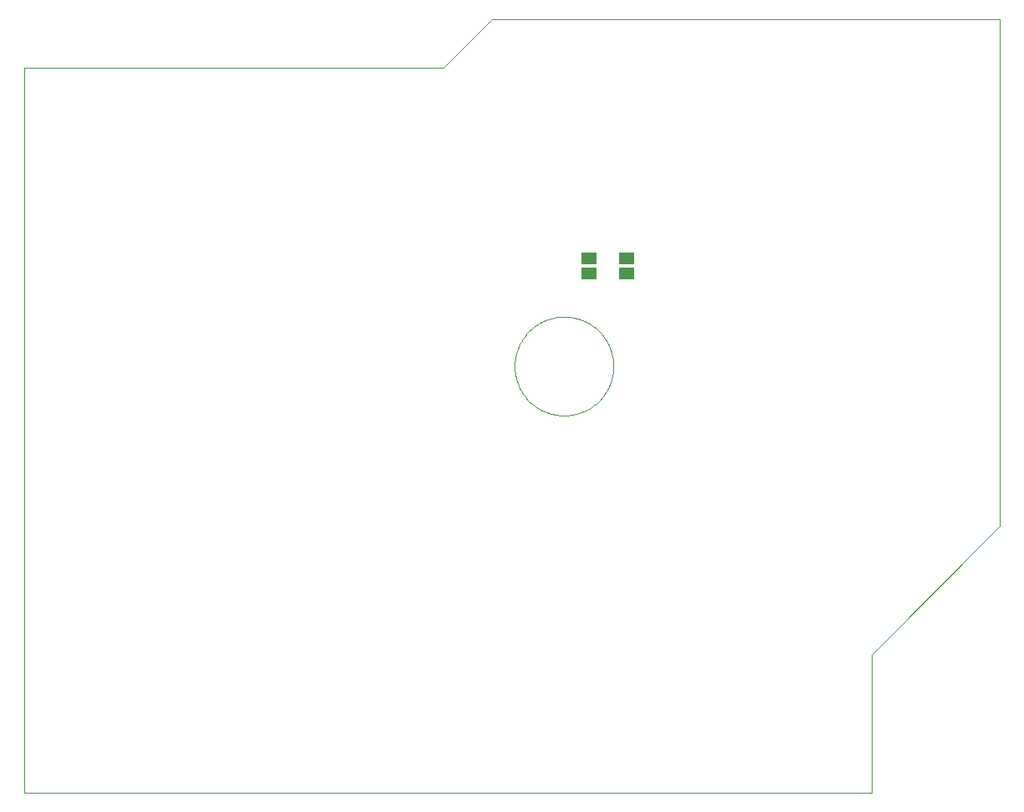
<source format=gtp>
G04 EAGLE Gerber RS-274X export*
G75*
%MOMM*%
%FSLAX34Y34*%
%LPD*%
%INSolder paste top*%
%IPPOS*%
%AMOC8*
5,1,8,0,0,1.08239X$1,22.5*%
G01*
%ADD10C,0.000000*%
%ADD11R,1.600200X1.168400*%


D10*
X0Y0D02*
X857300Y0D01*
X857300Y139750D01*
X987300Y269850D01*
X987300Y782850D01*
X473000Y782850D01*
X423800Y733650D01*
X0Y733650D01*
X0Y0D01*
X496100Y431800D02*
X496115Y433027D01*
X496160Y434253D01*
X496235Y435478D01*
X496341Y436701D01*
X496476Y437921D01*
X496641Y439137D01*
X496836Y440348D01*
X497061Y441555D01*
X497315Y442755D01*
X497598Y443949D01*
X497911Y445136D01*
X498253Y446314D01*
X498624Y447484D01*
X499023Y448644D01*
X499450Y449795D01*
X499906Y450934D01*
X500390Y452062D01*
X500901Y453178D01*
X501439Y454281D01*
X502004Y455370D01*
X502596Y456445D01*
X503214Y457505D01*
X503857Y458550D01*
X504527Y459579D01*
X505221Y460590D01*
X505940Y461585D01*
X506683Y462562D01*
X507449Y463520D01*
X508240Y464459D01*
X509052Y465378D01*
X509888Y466277D01*
X510745Y467155D01*
X511623Y468012D01*
X512522Y468848D01*
X513441Y469660D01*
X514380Y470451D01*
X515338Y471217D01*
X516315Y471960D01*
X517310Y472679D01*
X518321Y473373D01*
X519350Y474043D01*
X520395Y474686D01*
X521455Y475304D01*
X522530Y475896D01*
X523619Y476461D01*
X524722Y476999D01*
X525838Y477510D01*
X526966Y477994D01*
X528105Y478450D01*
X529256Y478877D01*
X530416Y479276D01*
X531586Y479647D01*
X532764Y479989D01*
X533951Y480302D01*
X535145Y480585D01*
X536345Y480839D01*
X537552Y481064D01*
X538763Y481259D01*
X539979Y481424D01*
X541199Y481559D01*
X542422Y481665D01*
X543647Y481740D01*
X544873Y481785D01*
X546100Y481800D01*
X547327Y481785D01*
X548553Y481740D01*
X549778Y481665D01*
X551001Y481559D01*
X552221Y481424D01*
X553437Y481259D01*
X554648Y481064D01*
X555855Y480839D01*
X557055Y480585D01*
X558249Y480302D01*
X559436Y479989D01*
X560614Y479647D01*
X561784Y479276D01*
X562944Y478877D01*
X564095Y478450D01*
X565234Y477994D01*
X566362Y477510D01*
X567478Y476999D01*
X568581Y476461D01*
X569670Y475896D01*
X570745Y475304D01*
X571805Y474686D01*
X572850Y474043D01*
X573879Y473373D01*
X574890Y472679D01*
X575885Y471960D01*
X576862Y471217D01*
X577820Y470451D01*
X578759Y469660D01*
X579678Y468848D01*
X580577Y468012D01*
X581455Y467155D01*
X582312Y466277D01*
X583148Y465378D01*
X583960Y464459D01*
X584751Y463520D01*
X585517Y462562D01*
X586260Y461585D01*
X586979Y460590D01*
X587673Y459579D01*
X588343Y458550D01*
X588986Y457505D01*
X589604Y456445D01*
X590196Y455370D01*
X590761Y454281D01*
X591299Y453178D01*
X591810Y452062D01*
X592294Y450934D01*
X592750Y449795D01*
X593177Y448644D01*
X593576Y447484D01*
X593947Y446314D01*
X594289Y445136D01*
X594602Y443949D01*
X594885Y442755D01*
X595139Y441555D01*
X595364Y440348D01*
X595559Y439137D01*
X595724Y437921D01*
X595859Y436701D01*
X595965Y435478D01*
X596040Y434253D01*
X596085Y433027D01*
X596100Y431800D01*
X596085Y430573D01*
X596040Y429347D01*
X595965Y428122D01*
X595859Y426899D01*
X595724Y425679D01*
X595559Y424463D01*
X595364Y423252D01*
X595139Y422045D01*
X594885Y420845D01*
X594602Y419651D01*
X594289Y418464D01*
X593947Y417286D01*
X593576Y416116D01*
X593177Y414956D01*
X592750Y413805D01*
X592294Y412666D01*
X591810Y411538D01*
X591299Y410422D01*
X590761Y409319D01*
X590196Y408230D01*
X589604Y407155D01*
X588986Y406095D01*
X588343Y405050D01*
X587673Y404021D01*
X586979Y403010D01*
X586260Y402015D01*
X585517Y401038D01*
X584751Y400080D01*
X583960Y399141D01*
X583148Y398222D01*
X582312Y397323D01*
X581455Y396445D01*
X580577Y395588D01*
X579678Y394752D01*
X578759Y393940D01*
X577820Y393149D01*
X576862Y392383D01*
X575885Y391640D01*
X574890Y390921D01*
X573879Y390227D01*
X572850Y389557D01*
X571805Y388914D01*
X570745Y388296D01*
X569670Y387704D01*
X568581Y387139D01*
X567478Y386601D01*
X566362Y386090D01*
X565234Y385606D01*
X564095Y385150D01*
X562944Y384723D01*
X561784Y384324D01*
X560614Y383953D01*
X559436Y383611D01*
X558249Y383298D01*
X557055Y383015D01*
X555855Y382761D01*
X554648Y382536D01*
X553437Y382341D01*
X552221Y382176D01*
X551001Y382041D01*
X549778Y381935D01*
X548553Y381860D01*
X547327Y381815D01*
X546100Y381800D01*
X544873Y381815D01*
X543647Y381860D01*
X542422Y381935D01*
X541199Y382041D01*
X539979Y382176D01*
X538763Y382341D01*
X537552Y382536D01*
X536345Y382761D01*
X535145Y383015D01*
X533951Y383298D01*
X532764Y383611D01*
X531586Y383953D01*
X530416Y384324D01*
X529256Y384723D01*
X528105Y385150D01*
X526966Y385606D01*
X525838Y386090D01*
X524722Y386601D01*
X523619Y387139D01*
X522530Y387704D01*
X521455Y388296D01*
X520395Y388914D01*
X519350Y389557D01*
X518321Y390227D01*
X517310Y390921D01*
X516315Y391640D01*
X515338Y392383D01*
X514380Y393149D01*
X513441Y393940D01*
X512522Y394752D01*
X511623Y395588D01*
X510745Y396445D01*
X509888Y397323D01*
X509052Y398222D01*
X508240Y399141D01*
X507449Y400080D01*
X506683Y401038D01*
X505940Y402015D01*
X505221Y403010D01*
X504527Y404021D01*
X503857Y405050D01*
X503214Y406095D01*
X502596Y407155D01*
X502004Y408230D01*
X501439Y409319D01*
X500901Y410422D01*
X500390Y411538D01*
X499906Y412666D01*
X499450Y413805D01*
X499023Y414956D01*
X498624Y416116D01*
X498253Y417286D01*
X497911Y418464D01*
X497598Y419651D01*
X497315Y420845D01*
X497061Y422045D01*
X496836Y423252D01*
X496641Y424463D01*
X496476Y425679D01*
X496341Y426899D01*
X496235Y428122D01*
X496160Y429347D01*
X496115Y430573D01*
X496100Y431800D01*
D11*
X609600Y525780D03*
X609600Y541020D03*
X571500Y525780D03*
X571500Y541020D03*
M02*

</source>
